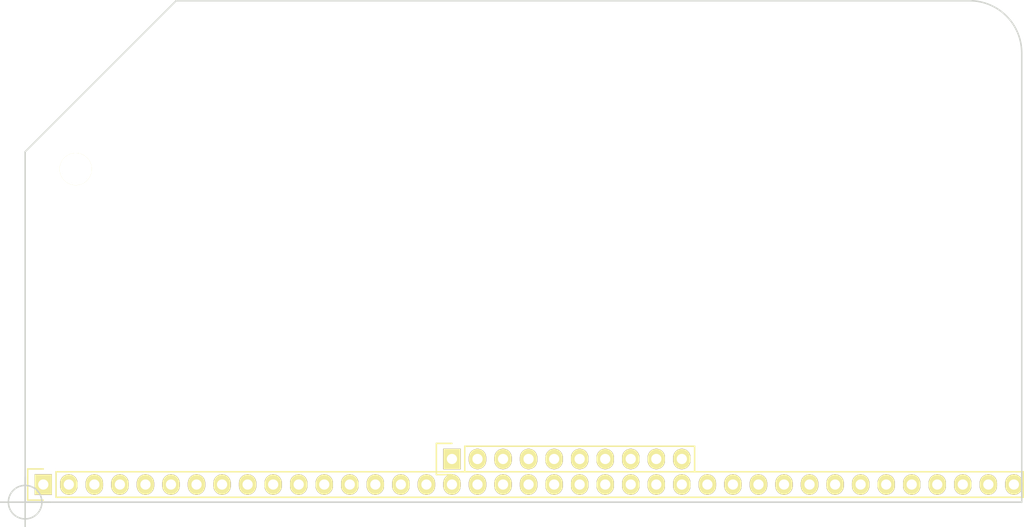
<source format=kicad_pcb>
(kicad_pcb (version 20171130) (host pcbnew 5.1.12-84ad8e8a86~92~ubuntu20.04.1)

  (general
    (thickness 1.6)
    (drawings 7)
    (tracks 0)
    (zones 0)
    (modules 3)
    (nets 1)
  )

  (page A4)
  (layers
    (0 F.Cu signal)
    (31 B.Cu signal)
    (32 B.Adhes user)
    (33 F.Adhes user)
    (34 B.Paste user)
    (35 F.Paste user)
    (36 B.SilkS user)
    (37 F.SilkS user)
    (38 B.Mask user)
    (39 F.Mask user)
    (40 Dwgs.User user)
    (41 Cmts.User user)
    (42 Eco1.User user)
    (43 Eco2.User user)
    (44 Edge.Cuts user)
    (45 Margin user)
    (46 B.CrtYd user)
    (47 F.CrtYd user)
    (48 B.Fab user)
    (49 F.Fab user)
  )

  (setup
    (last_trace_width 0.25)
    (trace_clearance 0.2)
    (zone_clearance 0.508)
    (zone_45_only no)
    (trace_min 0.2)
    (via_size 0.8)
    (via_drill 0.4)
    (via_min_size 0.4)
    (via_min_drill 0.3)
    (uvia_size 0.3)
    (uvia_drill 0.1)
    (uvias_allowed no)
    (uvia_min_size 0.2)
    (uvia_min_drill 0.1)
    (edge_width 0.05)
    (segment_width 0.2)
    (pcb_text_width 0.3)
    (pcb_text_size 1.5 1.5)
    (mod_edge_width 0.12)
    (mod_text_size 1 1)
    (mod_text_width 0.15)
    (pad_size 1.524 1.524)
    (pad_drill 0.762)
    (pad_to_mask_clearance 0)
    (aux_axis_origin 0 0)
    (visible_elements FFFFFF7F)
    (pcbplotparams
      (layerselection 0x010fc_ffffffff)
      (usegerberextensions false)
      (usegerberattributes true)
      (usegerberadvancedattributes true)
      (creategerberjobfile true)
      (excludeedgelayer true)
      (linewidth 0.100000)
      (plotframeref false)
      (viasonmask false)
      (mode 1)
      (useauxorigin false)
      (hpglpennumber 1)
      (hpglpenspeed 20)
      (hpglpendiameter 15.000000)
      (psnegative false)
      (psa4output false)
      (plotreference true)
      (plotvalue true)
      (plotinvisibletext false)
      (padsonsilk false)
      (subtractmaskfromsilk false)
      (outputformat 1)
      (mirror false)
      (drillshape 1)
      (scaleselection 1)
      (outputdirectory ""))
  )

  (net 0 "")

  (net_class Default "This is the default net class."
    (clearance 0.2)
    (trace_width 0.25)
    (via_dia 0.8)
    (via_drill 0.4)
    (uvia_dia 0.3)
    (uvia_drill 0.1)
  )

  (module Pin_Headers:Pin_Header_Straight_1x40 (layer F.Cu) (tedit 583F5AD1) (tstamp 61DB4527)
    (at 83.7184 116.3574 90)
    (descr "Through hole pin header")
    (tags "pin header")
    (path /57B2D86C)
    (fp_text reference "" (at 95.2119 16.6624 90) (layer F.SilkS) hide
      (effects (font (size 1 1) (thickness 0.15)))
    )
    (fp_text value "" (at 71.1454 23.5966 90) (layer F.Fab) hide
      (effects (font (size 1 1) (thickness 0.15)))
    )
    (fp_line (start -1.55 -1.55) (end 1.55 -1.55) (layer F.SilkS) (width 0.15))
    (fp_line (start -1.55 0) (end -1.55 -1.55) (layer F.SilkS) (width 0.15))
    (fp_line (start 1.27 1.27) (end -1.27 1.27) (layer F.SilkS) (width 0.15))
    (fp_line (start 1.55 -1.55) (end 1.55 0) (layer F.SilkS) (width 0.15))
    (fp_line (start 1.27 97.4598) (end 1.27 1.27) (layer F.SilkS) (width 0.15))
    (fp_line (start -1.27 97.4598) (end 1.27 97.4598) (layer F.SilkS) (width 0.15))
    (fp_line (start -1.27 1.27) (end -1.27 97.4598) (layer F.SilkS) (width 0.15))
    (fp_line (start -1.75 97.5226) (end 1.75 97.5226) (layer F.CrtYd) (width 0.05))
    (fp_line (start -1.75 -1.75) (end 1.75 -1.75) (layer F.CrtYd) (width 0.05))
    (fp_line (start 1.75 -1.75) (end 1.75 97.4598) (layer F.CrtYd) (width 0.05))
    (fp_line (start -1.75 -1.75) (end -1.75 97.4598) (layer F.CrtYd) (width 0.05))
    (pad 39 thru_hole oval (at 0 96.52 90) (size 2.032 1.7272) (drill 1.016) (layers *.Cu *.Mask F.SilkS))
    (pad 38 thru_hole oval (at 0 93.98 90) (size 2.032 1.7272) (drill 1.016) (layers *.Cu *.Mask F.SilkS))
    (pad 37 thru_hole oval (at 0 91.44 90) (size 2.032 1.7272) (drill 1.016) (layers *.Cu *.Mask F.SilkS))
    (pad 36 thru_hole oval (at 0 88.9 90) (size 2.032 1.7272) (drill 1.016) (layers *.Cu *.Mask F.SilkS))
    (pad 35 thru_hole oval (at 0 86.36 90) (size 2.032 1.7272) (drill 1.016) (layers *.Cu *.Mask F.SilkS))
    (pad 34 thru_hole oval (at 0 83.82 90) (size 2.032 1.7272) (drill 1.016) (layers *.Cu *.Mask F.SilkS))
    (pad 33 thru_hole oval (at 0 81.28 90) (size 2.032 1.7272) (drill 1.016) (layers *.Cu *.Mask F.SilkS))
    (pad 32 thru_hole oval (at 0 78.74 90) (size 2.032 1.7272) (drill 1.016) (layers *.Cu *.Mask F.SilkS))
    (pad 31 thru_hole oval (at 0 76.2 90) (size 2.032 1.7272) (drill 1.016) (layers *.Cu *.Mask F.SilkS))
    (pad 30 thru_hole oval (at 0 73.66 90) (size 2.032 1.7272) (drill 1.016) (layers *.Cu *.Mask F.SilkS))
    (pad 29 thru_hole oval (at 0 71.12 90) (size 2.032 1.7272) (drill 1.016) (layers *.Cu *.Mask F.SilkS))
    (pad 28 thru_hole oval (at 0 68.58 90) (size 2.032 1.7272) (drill 1.016) (layers *.Cu *.Mask F.SilkS))
    (pad 27 thru_hole oval (at 0 66.04 90) (size 2.032 1.7272) (drill 1.016) (layers *.Cu *.Mask F.SilkS))
    (pad 26 thru_hole oval (at 0 63.5 90) (size 2.032 1.7272) (drill 1.016) (layers *.Cu *.Mask F.SilkS))
    (pad 25 thru_hole oval (at 0 60.96 90) (size 2.032 1.7272) (drill 1.016) (layers *.Cu *.Mask F.SilkS))
    (pad 24 thru_hole oval (at 0 58.42 90) (size 2.032 1.7272) (drill 1.016) (layers *.Cu *.Mask F.SilkS))
    (pad 23 thru_hole oval (at 0 55.88 90) (size 2.032 1.7272) (drill 1.016) (layers *.Cu *.Mask F.SilkS))
    (pad 22 thru_hole oval (at 0 53.34 90) (size 2.032 1.7272) (drill 1.016) (layers *.Cu *.Mask F.SilkS))
    (pad 21 thru_hole oval (at 0 50.8 90) (size 2.032 1.7272) (drill 1.016) (layers *.Cu *.Mask F.SilkS))
    (pad 20 thru_hole oval (at 0 48.26 90) (size 2.032 1.7272) (drill 1.016) (layers *.Cu *.Mask F.SilkS))
    (pad 19 thru_hole oval (at 0 45.72 90) (size 2.032 1.7272) (drill 1.016) (layers *.Cu *.Mask F.SilkS))
    (pad 18 thru_hole oval (at 0 43.18 90) (size 2.032 1.7272) (drill 1.016) (layers *.Cu *.Mask F.SilkS))
    (pad 17 thru_hole oval (at 0 40.64 90) (size 2.032 1.7272) (drill 1.016) (layers *.Cu *.Mask F.SilkS))
    (pad 16 thru_hole oval (at 0 38.1 90) (size 2.032 1.7272) (drill 1.016) (layers *.Cu *.Mask F.SilkS))
    (pad 15 thru_hole oval (at 0 35.56 90) (size 2.032 1.7272) (drill 1.016) (layers *.Cu *.Mask F.SilkS))
    (pad 14 thru_hole oval (at 0 33.02 90) (size 2.032 1.7272) (drill 1.016) (layers *.Cu *.Mask F.SilkS))
    (pad 13 thru_hole oval (at 0 30.48 90) (size 2.032 1.7272) (drill 1.016) (layers *.Cu *.Mask F.SilkS))
    (pad 12 thru_hole oval (at 0 27.94 90) (size 2.032 1.7272) (drill 1.016) (layers *.Cu *.Mask F.SilkS))
    (pad 11 thru_hole oval (at 0 25.4 90) (size 2.032 1.7272) (drill 1.016) (layers *.Cu *.Mask F.SilkS))
    (pad 10 thru_hole oval (at 0 22.86 90) (size 2.032 1.7272) (drill 1.016) (layers *.Cu *.Mask F.SilkS))
    (pad 9 thru_hole oval (at 0 20.32 90) (size 2.032 1.7272) (drill 1.016) (layers *.Cu *.Mask F.SilkS))
    (pad 8 thru_hole oval (at 0 17.78 90) (size 2.032 1.7272) (drill 1.016) (layers *.Cu *.Mask F.SilkS))
    (pad 7 thru_hole oval (at 0 15.24 90) (size 2.032 1.7272) (drill 1.016) (layers *.Cu *.Mask F.SilkS))
    (pad 6 thru_hole oval (at 0 12.7 90) (size 2.032 1.7272) (drill 1.016) (layers *.Cu *.Mask F.SilkS))
    (pad 5 thru_hole oval (at 0 10.16 90) (size 2.032 1.7272) (drill 1.016) (layers *.Cu *.Mask F.SilkS))
    (pad 4 thru_hole oval (at 0 7.62 90) (size 2.032 1.7272) (drill 1.016) (layers *.Cu *.Mask F.SilkS))
    (pad 3 thru_hole oval (at 0 5.08 90) (size 2.032 1.7272) (drill 1.016) (layers *.Cu *.Mask F.SilkS))
    (pad 2 thru_hole oval (at 0 2.54 90) (size 2.032 1.7272) (drill 1.016) (layers *.Cu *.Mask F.SilkS))
    (pad 1 thru_hole rect (at 0 0 90) (size 2.032 1.7272) (drill 1.016) (layers *.Cu *.Mask F.SilkS))
    (model Pin_Headers.3dshapes/Pin_Header_Straight_1x40.wrl
      (offset (xyz 0 -49.52999925613403 0))
      (scale (xyz 1 1 1))
      (rotate (xyz 0 0 90))
    )
  )

  (module Mounting_Holes:MountingHole_3.2mm_M3 (layer F.Cu) (tedit 583F5ADB) (tstamp 61DB4520)
    (at 86.9442 84.9884)
    (descr "Mounting Hole 3.2mm, no annular, M3")
    (tags "mounting hole 3.2mm no annular m3")
    (fp_text reference "" (at 26.6446 -55.0545) (layer F.SilkS) hide
      (effects (font (size 1 1) (thickness 0.15)))
    )
    (fp_text value "" (at 2.3368 -73.0631 90) (layer F.Fab) hide
      (effects (font (size 1 1) (thickness 0.15)))
    )
    (fp_circle (center 0 0) (end 3.45 0) (layer F.CrtYd) (width 0.05))
    (fp_circle (center 0 0) (end 3.2 0) (layer Cmts.User) (width 0.15))
    (pad "" np_thru_hole circle (at 0 0) (size 3.2 3.2) (drill 3.2) (layers *.Cu *.Mask F.SilkS))
  )

  (module Pin_Headers:Pin_Header_Straight_1x10 (layer F.Cu) (tedit 583F5AE3) (tstamp 61DB4502)
    (at 124.3584 113.8174 90)
    (descr "Through hole pin header")
    (tags "pin header")
    (path /57B2E338)
    (fp_text reference "" (at 81.5594 24.4094 90) (layer F.SilkS) hide
      (effects (font (size 1 1) (thickness 0.15)))
    )
    (fp_text value "" (at 70.5866 12.8524 90) (layer F.Fab) hide
      (effects (font (size 1 1) (thickness 0.15)))
    )
    (fp_line (start -1.55 -1.55) (end 1.55 -1.55) (layer F.SilkS) (width 0.15))
    (fp_line (start -1.55 0) (end -1.55 -1.55) (layer F.SilkS) (width 0.15))
    (fp_line (start 1.27 1.27) (end -1.27 1.27) (layer F.SilkS) (width 0.15))
    (fp_line (start 1.55 -1.55) (end 1.55 0) (layer F.SilkS) (width 0.15))
    (fp_line (start -1.27 24.13) (end -1.27 1.27) (layer F.SilkS) (width 0.15))
    (fp_line (start 1.27 24.13) (end -1.27 24.13) (layer F.SilkS) (width 0.15))
    (fp_line (start 1.27 1.27) (end 1.27 24.13) (layer F.SilkS) (width 0.15))
    (fp_line (start -1.75 24.65) (end 1.75 24.65) (layer F.CrtYd) (width 0.05))
    (fp_line (start -1.75 -1.75) (end 1.75 -1.75) (layer F.CrtYd) (width 0.05))
    (fp_line (start 1.75 -1.75) (end 1.75 24.65) (layer F.CrtYd) (width 0.05))
    (fp_line (start -1.75 -1.75) (end -1.75 24.65) (layer F.CrtYd) (width 0.05))
    (pad 10 thru_hole oval (at 0 22.86 90) (size 2.032 1.7272) (drill 1.016) (layers *.Cu *.Mask F.SilkS))
    (pad 9 thru_hole oval (at 0 20.32 90) (size 2.032 1.7272) (drill 1.016) (layers *.Cu *.Mask F.SilkS))
    (pad 8 thru_hole oval (at 0 17.78 90) (size 2.032 1.7272) (drill 1.016) (layers *.Cu *.Mask F.SilkS))
    (pad 7 thru_hole oval (at 0 15.24 90) (size 2.032 1.7272) (drill 1.016) (layers *.Cu *.Mask F.SilkS))
    (pad 6 thru_hole oval (at 0 12.7 90) (size 2.032 1.7272) (drill 1.016) (layers *.Cu *.Mask F.SilkS))
    (pad 5 thru_hole oval (at 0 10.16 90) (size 2.032 1.7272) (drill 1.016) (layers *.Cu *.Mask F.SilkS))
    (pad 4 thru_hole oval (at 0 7.62 90) (size 2.032 1.7272) (drill 1.016) (layers *.Cu *.Mask F.SilkS))
    (pad 3 thru_hole oval (at 0 5.08 90) (size 2.032 1.7272) (drill 1.016) (layers *.Cu *.Mask F.SilkS))
    (pad 2 thru_hole oval (at 0 2.54 90) (size 2.032 1.7272) (drill 1.016) (layers *.Cu *.Mask F.SilkS))
    (pad 1 thru_hole rect (at 0 0 90) (size 2.032 1.7272) (drill 1.016) (layers *.Cu *.Mask F.SilkS))
    (model Pin_Headers.3dshapes/Pin_Header_Straight_1x10.wrl
      (offset (xyz 0 -11.42999982833862 0))
      (scale (xyz 1 1 1))
      (rotate (xyz 0 0 90))
    )
  )

  (target plus (at 81.915 118.11) (size 5) (width 0.15) (layer Edge.Cuts) (tstamp 61DB4526))
  (gr_line (start 181.0164 73.4298) (end 181.0164 118.11) (angle 90) (layer Edge.Cuts) (width 0.15) (tstamp 61DB451F))
  (gr_line (start 81.915 118.11) (end 181.0164 118.11) (angle 90) (layer Edge.Cuts) (width 0.15) (tstamp 61DB451E))
  (gr_line (start 96.9264 68.2498) (end 81.915 83.2612) (angle 90) (layer Edge.Cuts) (width 0.15) (tstamp 61DB451D))
  (gr_line (start 81.915 83.2612) (end 81.915 118.11) (angle 90) (layer Edge.Cuts) (width 0.15) (tstamp 61DB451C))
  (gr_arc (start 175.8348 73.4298) (end 175.8348 68.2498) (angle 90) (layer Edge.Cuts) (width 0.15) (tstamp 61DB451B))
  (gr_line (start 175.8348 68.2498) (end 96.9264 68.2498) (angle 90) (layer Edge.Cuts) (width 0.15) (tstamp 61DB451A))

)

</source>
